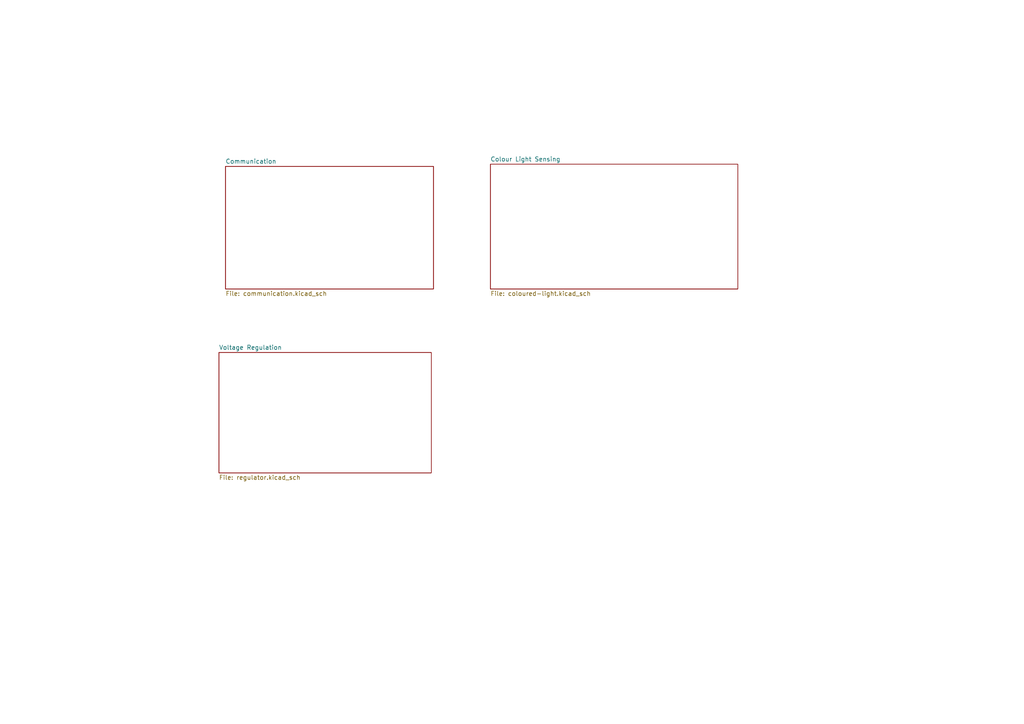
<source format=kicad_sch>
(kicad_sch (version 20211123) (generator eeschema)
  (paper "A4")
  (lib_symbols)
  (sheet (at 65.405 48.26) (size 60.325 35.56) (stroke (width 0.1524))
    (property "Sheet name" "Communication" (at 65.405 47.5484 0) (effects (justify left bottom)))
    (property "Sheet file" "communication.kicad_sch" (at 65.405 84.4046 0) (effects (justify left top)))
  )
  (sheet (at 142.24 47.625) (size 71.755 36.195) (stroke (width 0.1524))
    (property "Sheet name" "Colour Light Sensing" (at 142.24 46.9134 0) (effects (justify left bottom)))
    (property "Sheet file" "coloured-light.kicad_sch" (at 142.24 84.4046 0) (effects (justify left top)))
  )
  (sheet (at 63.5 102.235) (size 61.595 34.925) (stroke (width 0.1524))
    (property "Sheet name" "Voltage Regulation" (at 63.5 101.5234 0) (effects (justify left bottom)))
    (property "Sheet file" "regulator.kicad_sch" (at 63.5 137.7446 0) (effects (justify left top)))
  )
)
</source>
